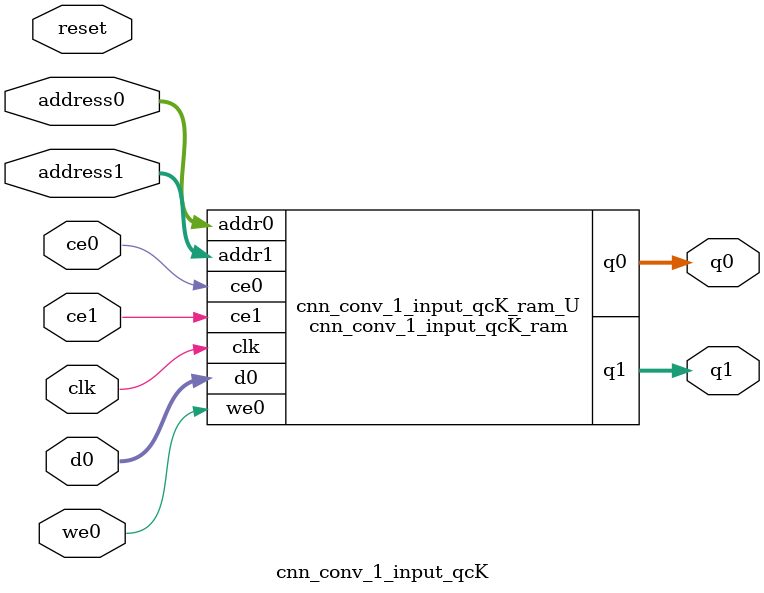
<source format=v>
`timescale 1 ns / 1 ps
module cnn_conv_1_input_qcK_ram (addr0, ce0, d0, we0, q0, addr1, ce1, q1,  clk);

parameter DWIDTH = 32;
parameter AWIDTH = 7;
parameter MEM_SIZE = 81;

input[AWIDTH-1:0] addr0;
input ce0;
input[DWIDTH-1:0] d0;
input we0;
output reg[DWIDTH-1:0] q0;
input[AWIDTH-1:0] addr1;
input ce1;
output reg[DWIDTH-1:0] q1;
input clk;

(* ram_style = "block" *)reg [DWIDTH-1:0] ram[0:MEM_SIZE-1];




always @(posedge clk)  
begin 
    if (ce0) 
    begin
        if (we0) 
        begin 
            ram[addr0] <= d0; 
        end 
        q0 <= ram[addr0];
    end
end


always @(posedge clk)  
begin 
    if (ce1) 
    begin
        q1 <= ram[addr1];
    end
end


endmodule

`timescale 1 ns / 1 ps
module cnn_conv_1_input_qcK(
    reset,
    clk,
    address0,
    ce0,
    we0,
    d0,
    q0,
    address1,
    ce1,
    q1);

parameter DataWidth = 32'd32;
parameter AddressRange = 32'd81;
parameter AddressWidth = 32'd7;
input reset;
input clk;
input[AddressWidth - 1:0] address0;
input ce0;
input we0;
input[DataWidth - 1:0] d0;
output[DataWidth - 1:0] q0;
input[AddressWidth - 1:0] address1;
input ce1;
output[DataWidth - 1:0] q1;



cnn_conv_1_input_qcK_ram cnn_conv_1_input_qcK_ram_U(
    .clk( clk ),
    .addr0( address0 ),
    .ce0( ce0 ),
    .we0( we0 ),
    .d0( d0 ),
    .q0( q0 ),
    .addr1( address1 ),
    .ce1( ce1 ),
    .q1( q1 ));

endmodule


</source>
